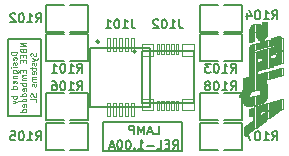
<source format=gbo>
G04 (created by PCBNEW (2013-04-21 BZR 4107)-testing) date Thursday, 06 June 2013 15:24:26*
%MOIN*%
G04 Gerber Fmt 3.4, Leading zero omitted, Abs format*
%FSLAX34Y34*%
G01*
G70*
G90*
G04 APERTURE LIST*
%ADD10C,0*%
%ADD11C,0.00787402*%
%ADD12C,0.00492126*%
%ADD13C,0.00738189*%
%ADD14C,0.00590551*%
%ADD15C,0.005*%
%ADD16C,0.006*%
G04 APERTURE END LIST*
G54D10*
G54D11*
X56397Y-30019D02*
X55314Y-30019D01*
X56397Y-32578D02*
X56397Y-30019D01*
X55314Y-32578D02*
X56397Y-32578D01*
X55314Y-30019D02*
X55314Y-32578D01*
G54D12*
X55600Y-30446D02*
X55404Y-30446D01*
X55404Y-30493D01*
X55413Y-30521D01*
X55432Y-30539D01*
X55450Y-30549D01*
X55488Y-30558D01*
X55516Y-30558D01*
X55553Y-30549D01*
X55572Y-30539D01*
X55591Y-30521D01*
X55600Y-30493D01*
X55600Y-30446D01*
X55591Y-30718D02*
X55600Y-30699D01*
X55600Y-30661D01*
X55591Y-30643D01*
X55572Y-30633D01*
X55497Y-30633D01*
X55479Y-30643D01*
X55469Y-30661D01*
X55469Y-30699D01*
X55479Y-30718D01*
X55497Y-30727D01*
X55516Y-30727D01*
X55535Y-30633D01*
X55591Y-30802D02*
X55600Y-30821D01*
X55600Y-30858D01*
X55591Y-30877D01*
X55572Y-30886D01*
X55563Y-30886D01*
X55544Y-30877D01*
X55535Y-30858D01*
X55535Y-30830D01*
X55525Y-30811D01*
X55507Y-30802D01*
X55497Y-30802D01*
X55479Y-30811D01*
X55469Y-30830D01*
X55469Y-30858D01*
X55479Y-30877D01*
X55600Y-30971D02*
X55469Y-30971D01*
X55404Y-30971D02*
X55413Y-30961D01*
X55422Y-30971D01*
X55413Y-30980D01*
X55404Y-30971D01*
X55422Y-30971D01*
X55469Y-31149D02*
X55628Y-31149D01*
X55647Y-31139D01*
X55657Y-31130D01*
X55666Y-31111D01*
X55666Y-31083D01*
X55657Y-31064D01*
X55591Y-31149D02*
X55600Y-31130D01*
X55600Y-31092D01*
X55591Y-31074D01*
X55582Y-31064D01*
X55563Y-31055D01*
X55507Y-31055D01*
X55488Y-31064D01*
X55479Y-31074D01*
X55469Y-31092D01*
X55469Y-31130D01*
X55479Y-31149D01*
X55469Y-31242D02*
X55600Y-31242D01*
X55488Y-31242D02*
X55479Y-31252D01*
X55469Y-31271D01*
X55469Y-31299D01*
X55479Y-31317D01*
X55497Y-31327D01*
X55600Y-31327D01*
X55591Y-31496D02*
X55600Y-31477D01*
X55600Y-31439D01*
X55591Y-31421D01*
X55572Y-31411D01*
X55497Y-31411D01*
X55479Y-31421D01*
X55469Y-31439D01*
X55469Y-31477D01*
X55479Y-31496D01*
X55497Y-31505D01*
X55516Y-31505D01*
X55535Y-31411D01*
X55600Y-31674D02*
X55404Y-31674D01*
X55591Y-31674D02*
X55600Y-31655D01*
X55600Y-31617D01*
X55591Y-31599D01*
X55582Y-31589D01*
X55563Y-31580D01*
X55507Y-31580D01*
X55488Y-31589D01*
X55479Y-31599D01*
X55469Y-31617D01*
X55469Y-31655D01*
X55479Y-31674D01*
X55600Y-31917D02*
X55404Y-31917D01*
X55479Y-31917D02*
X55469Y-31936D01*
X55469Y-31974D01*
X55479Y-31992D01*
X55488Y-32002D01*
X55507Y-32011D01*
X55563Y-32011D01*
X55582Y-32002D01*
X55591Y-31992D01*
X55600Y-31974D01*
X55600Y-31936D01*
X55591Y-31917D01*
X55469Y-32077D02*
X55600Y-32124D01*
X55469Y-32170D02*
X55600Y-32124D01*
X55647Y-32105D01*
X55657Y-32095D01*
X55666Y-32077D01*
X55925Y-30146D02*
X55728Y-30146D01*
X55925Y-30258D01*
X55728Y-30258D01*
X55822Y-30418D02*
X55831Y-30446D01*
X55841Y-30455D01*
X55860Y-30464D01*
X55888Y-30464D01*
X55906Y-30455D01*
X55916Y-30446D01*
X55925Y-30427D01*
X55925Y-30352D01*
X55728Y-30352D01*
X55728Y-30418D01*
X55738Y-30436D01*
X55747Y-30446D01*
X55766Y-30455D01*
X55785Y-30455D01*
X55803Y-30446D01*
X55813Y-30436D01*
X55822Y-30418D01*
X55822Y-30352D01*
X55822Y-30549D02*
X55822Y-30614D01*
X55925Y-30643D02*
X55925Y-30549D01*
X55728Y-30549D01*
X55728Y-30643D01*
X55822Y-30727D02*
X55822Y-30793D01*
X55925Y-30821D02*
X55925Y-30727D01*
X55728Y-30727D01*
X55728Y-30821D01*
X55822Y-31055D02*
X55822Y-31121D01*
X55925Y-31149D02*
X55925Y-31055D01*
X55728Y-31055D01*
X55728Y-31149D01*
X55925Y-31233D02*
X55794Y-31233D01*
X55813Y-31233D02*
X55803Y-31242D01*
X55794Y-31261D01*
X55794Y-31289D01*
X55803Y-31308D01*
X55822Y-31317D01*
X55925Y-31317D01*
X55822Y-31317D02*
X55803Y-31327D01*
X55794Y-31346D01*
X55794Y-31374D01*
X55803Y-31392D01*
X55822Y-31402D01*
X55925Y-31402D01*
X55925Y-31496D02*
X55728Y-31496D01*
X55803Y-31496D02*
X55794Y-31514D01*
X55794Y-31552D01*
X55803Y-31571D01*
X55813Y-31580D01*
X55831Y-31589D01*
X55888Y-31589D01*
X55906Y-31580D01*
X55916Y-31571D01*
X55925Y-31552D01*
X55925Y-31514D01*
X55916Y-31496D01*
X55916Y-31749D02*
X55925Y-31730D01*
X55925Y-31692D01*
X55916Y-31674D01*
X55897Y-31664D01*
X55822Y-31664D01*
X55803Y-31674D01*
X55794Y-31692D01*
X55794Y-31730D01*
X55803Y-31749D01*
X55822Y-31758D01*
X55841Y-31758D01*
X55860Y-31664D01*
X55925Y-31927D02*
X55728Y-31927D01*
X55916Y-31927D02*
X55925Y-31908D01*
X55925Y-31871D01*
X55916Y-31852D01*
X55906Y-31842D01*
X55888Y-31833D01*
X55831Y-31833D01*
X55813Y-31842D01*
X55803Y-31852D01*
X55794Y-31871D01*
X55794Y-31908D01*
X55803Y-31927D01*
X55925Y-32105D02*
X55728Y-32105D01*
X55916Y-32105D02*
X55925Y-32086D01*
X55925Y-32049D01*
X55916Y-32030D01*
X55906Y-32020D01*
X55888Y-32011D01*
X55831Y-32011D01*
X55813Y-32020D01*
X55803Y-32030D01*
X55794Y-32049D01*
X55794Y-32086D01*
X55803Y-32105D01*
X55916Y-32274D02*
X55925Y-32255D01*
X55925Y-32217D01*
X55916Y-32199D01*
X55897Y-32189D01*
X55822Y-32189D01*
X55803Y-32199D01*
X55794Y-32217D01*
X55794Y-32255D01*
X55803Y-32274D01*
X55822Y-32283D01*
X55841Y-32283D01*
X55860Y-32189D01*
X55925Y-32452D02*
X55728Y-32452D01*
X55916Y-32452D02*
X55925Y-32433D01*
X55925Y-32395D01*
X55916Y-32377D01*
X55906Y-32367D01*
X55888Y-32358D01*
X55831Y-32358D01*
X55813Y-32367D01*
X55803Y-32377D01*
X55794Y-32395D01*
X55794Y-32433D01*
X55803Y-32452D01*
X56241Y-30488D02*
X56250Y-30516D01*
X56250Y-30563D01*
X56241Y-30582D01*
X56231Y-30591D01*
X56212Y-30600D01*
X56194Y-30600D01*
X56175Y-30591D01*
X56166Y-30582D01*
X56156Y-30563D01*
X56147Y-30525D01*
X56137Y-30507D01*
X56128Y-30497D01*
X56109Y-30488D01*
X56091Y-30488D01*
X56072Y-30497D01*
X56062Y-30507D01*
X56053Y-30525D01*
X56053Y-30572D01*
X56062Y-30600D01*
X56119Y-30666D02*
X56250Y-30713D01*
X56119Y-30760D02*
X56250Y-30713D01*
X56297Y-30694D01*
X56306Y-30685D01*
X56316Y-30666D01*
X56241Y-30825D02*
X56250Y-30844D01*
X56250Y-30882D01*
X56241Y-30900D01*
X56222Y-30910D01*
X56212Y-30910D01*
X56194Y-30900D01*
X56184Y-30882D01*
X56184Y-30853D01*
X56175Y-30835D01*
X56156Y-30825D01*
X56147Y-30825D01*
X56128Y-30835D01*
X56119Y-30853D01*
X56119Y-30882D01*
X56128Y-30900D01*
X56119Y-30966D02*
X56119Y-31041D01*
X56053Y-30994D02*
X56222Y-30994D01*
X56241Y-31003D01*
X56250Y-31022D01*
X56250Y-31041D01*
X56241Y-31182D02*
X56250Y-31163D01*
X56250Y-31125D01*
X56241Y-31107D01*
X56222Y-31097D01*
X56147Y-31097D01*
X56128Y-31107D01*
X56119Y-31125D01*
X56119Y-31163D01*
X56128Y-31182D01*
X56147Y-31191D01*
X56166Y-31191D01*
X56184Y-31097D01*
X56250Y-31275D02*
X56119Y-31275D01*
X56137Y-31275D02*
X56128Y-31285D01*
X56119Y-31303D01*
X56119Y-31332D01*
X56128Y-31350D01*
X56147Y-31360D01*
X56250Y-31360D01*
X56147Y-31360D02*
X56128Y-31369D01*
X56119Y-31388D01*
X56119Y-31416D01*
X56128Y-31435D01*
X56147Y-31444D01*
X56250Y-31444D01*
X56241Y-31528D02*
X56250Y-31547D01*
X56250Y-31585D01*
X56241Y-31603D01*
X56222Y-31613D01*
X56212Y-31613D01*
X56194Y-31603D01*
X56184Y-31585D01*
X56184Y-31556D01*
X56175Y-31538D01*
X56156Y-31528D01*
X56147Y-31528D01*
X56128Y-31538D01*
X56119Y-31556D01*
X56119Y-31585D01*
X56128Y-31603D01*
X56241Y-31838D02*
X56250Y-31866D01*
X56250Y-31913D01*
X56241Y-31931D01*
X56231Y-31941D01*
X56212Y-31950D01*
X56194Y-31950D01*
X56175Y-31941D01*
X56166Y-31931D01*
X56156Y-31913D01*
X56147Y-31875D01*
X56137Y-31856D01*
X56128Y-31847D01*
X56109Y-31838D01*
X56091Y-31838D01*
X56072Y-31847D01*
X56062Y-31856D01*
X56053Y-31875D01*
X56053Y-31922D01*
X56062Y-31950D01*
X56250Y-32128D02*
X56250Y-32035D01*
X56053Y-32035D01*
G54D11*
X61122Y-33759D02*
X58464Y-33759D01*
X61122Y-32775D02*
X61122Y-33759D01*
X58464Y-32775D02*
X61122Y-32775D01*
X58464Y-33759D02*
X58464Y-32775D01*
G54D13*
X60194Y-33204D02*
X60334Y-33204D01*
X60334Y-32909D01*
X60109Y-33120D02*
X59969Y-33120D01*
X60137Y-33204D02*
X60039Y-32909D01*
X59940Y-33204D01*
X59842Y-33204D02*
X59842Y-32909D01*
X59744Y-33120D01*
X59645Y-32909D01*
X59645Y-33204D01*
X59505Y-33204D02*
X59505Y-32909D01*
X59392Y-32909D01*
X59364Y-32923D01*
X59350Y-32937D01*
X59336Y-32965D01*
X59336Y-33007D01*
X59350Y-33035D01*
X59364Y-33049D01*
X59392Y-33063D01*
X59505Y-33063D01*
X60805Y-33691D02*
X60904Y-33551D01*
X60974Y-33691D02*
X60974Y-33396D01*
X60861Y-33396D01*
X60833Y-33410D01*
X60819Y-33424D01*
X60805Y-33452D01*
X60805Y-33494D01*
X60819Y-33522D01*
X60833Y-33536D01*
X60861Y-33551D01*
X60974Y-33551D01*
X60679Y-33536D02*
X60580Y-33536D01*
X60538Y-33691D02*
X60679Y-33691D01*
X60679Y-33396D01*
X60538Y-33396D01*
X60271Y-33691D02*
X60411Y-33691D01*
X60411Y-33396D01*
X60172Y-33579D02*
X59947Y-33579D01*
X59652Y-33691D02*
X59821Y-33691D01*
X59737Y-33691D02*
X59737Y-33396D01*
X59765Y-33438D01*
X59793Y-33466D01*
X59821Y-33480D01*
X59526Y-33663D02*
X59512Y-33677D01*
X59526Y-33691D01*
X59540Y-33677D01*
X59526Y-33663D01*
X59526Y-33691D01*
X59329Y-33396D02*
X59301Y-33396D01*
X59273Y-33410D01*
X59258Y-33424D01*
X59244Y-33452D01*
X59230Y-33508D01*
X59230Y-33579D01*
X59244Y-33635D01*
X59258Y-33663D01*
X59273Y-33677D01*
X59301Y-33691D01*
X59329Y-33691D01*
X59357Y-33677D01*
X59371Y-33663D01*
X59385Y-33635D01*
X59399Y-33579D01*
X59399Y-33508D01*
X59385Y-33452D01*
X59371Y-33424D01*
X59357Y-33410D01*
X59329Y-33396D01*
X59048Y-33396D02*
X59019Y-33396D01*
X58991Y-33410D01*
X58977Y-33424D01*
X58963Y-33452D01*
X58949Y-33508D01*
X58949Y-33579D01*
X58963Y-33635D01*
X58977Y-33663D01*
X58991Y-33677D01*
X59019Y-33691D01*
X59048Y-33691D01*
X59076Y-33677D01*
X59090Y-33663D01*
X59104Y-33635D01*
X59118Y-33579D01*
X59118Y-33508D01*
X59104Y-33452D01*
X59090Y-33424D01*
X59076Y-33410D01*
X59048Y-33396D01*
X58837Y-33607D02*
X58696Y-33607D01*
X58865Y-33691D02*
X58766Y-33396D01*
X58668Y-33691D01*
G54D14*
X58366Y-30118D02*
G75*
G03X58366Y-30118I-59J0D01*
G74*
G01*
X60059Y-32283D02*
X60059Y-30314D01*
X60059Y-30314D02*
X58051Y-30314D01*
X58051Y-30314D02*
X58051Y-32283D01*
X58051Y-32283D02*
X60059Y-32283D01*
X59586Y-30433D02*
G75*
G03X59586Y-30433I-59J0D01*
G74*
G01*
X61496Y-32165D02*
X61496Y-30433D01*
X61496Y-30433D02*
X59763Y-30433D01*
X59763Y-30433D02*
X59763Y-32165D01*
X59763Y-32165D02*
X61496Y-32165D01*
G54D15*
X62501Y-30764D02*
X63101Y-30764D01*
X63101Y-30764D02*
X63101Y-29864D01*
X63101Y-29864D02*
X62501Y-29864D01*
X62301Y-30764D02*
X61701Y-30764D01*
X61701Y-30764D02*
X61701Y-29864D01*
X61701Y-29864D02*
X62301Y-29864D01*
X57183Y-32817D02*
X56583Y-32817D01*
X56583Y-32817D02*
X56583Y-33717D01*
X56583Y-33717D02*
X57183Y-33717D01*
X57383Y-32817D02*
X57983Y-32817D01*
X57983Y-32817D02*
X57983Y-33717D01*
X57983Y-33717D02*
X57383Y-33717D01*
X62501Y-32733D02*
X63101Y-32733D01*
X63101Y-32733D02*
X63101Y-31833D01*
X63101Y-31833D02*
X62501Y-31833D01*
X62301Y-32733D02*
X61701Y-32733D01*
X61701Y-32733D02*
X61701Y-31833D01*
X61701Y-31833D02*
X62301Y-31833D01*
X57183Y-29864D02*
X56583Y-29864D01*
X56583Y-29864D02*
X56583Y-30764D01*
X56583Y-30764D02*
X57183Y-30764D01*
X57383Y-29864D02*
X57983Y-29864D01*
X57983Y-29864D02*
X57983Y-30764D01*
X57983Y-30764D02*
X57383Y-30764D01*
X62501Y-29780D02*
X63101Y-29780D01*
X63101Y-29780D02*
X63101Y-28880D01*
X63101Y-28880D02*
X62501Y-28880D01*
X62301Y-29780D02*
X61701Y-29780D01*
X61701Y-29780D02*
X61701Y-28880D01*
X61701Y-28880D02*
X62301Y-28880D01*
X62501Y-33717D02*
X63101Y-33717D01*
X63101Y-33717D02*
X63101Y-32817D01*
X63101Y-32817D02*
X62501Y-32817D01*
X62301Y-33717D02*
X61701Y-33717D01*
X61701Y-33717D02*
X61701Y-32817D01*
X61701Y-32817D02*
X62301Y-32817D01*
X57183Y-28880D02*
X56583Y-28880D01*
X56583Y-28880D02*
X56583Y-29780D01*
X56583Y-29780D02*
X57183Y-29780D01*
X57383Y-28880D02*
X57983Y-28880D01*
X57983Y-28880D02*
X57983Y-29780D01*
X57983Y-29780D02*
X57383Y-29780D01*
X57183Y-31833D02*
X56583Y-31833D01*
X56583Y-31833D02*
X56583Y-32733D01*
X56583Y-32733D02*
X57183Y-32733D01*
X57383Y-31833D02*
X57983Y-31833D01*
X57983Y-31833D02*
X57983Y-32733D01*
X57983Y-32733D02*
X57383Y-32733D01*
G54D10*
X59202Y-30000D02*
X59202Y-30433D01*
X59301Y-30433D01*
X59301Y-30000D01*
X59202Y-30000D01*
X59399Y-30000D02*
X59399Y-30433D01*
X59498Y-30433D01*
X59498Y-30000D01*
X59399Y-30000D01*
X59005Y-30000D02*
X59005Y-30433D01*
X59104Y-30433D01*
X59104Y-30000D01*
X59005Y-30000D01*
X58809Y-30000D02*
X58809Y-30433D01*
X58907Y-30433D01*
X58907Y-30000D01*
X58809Y-30000D01*
X58612Y-30000D02*
X58612Y-30433D01*
X58710Y-30433D01*
X58710Y-30000D01*
X58612Y-30000D01*
X58612Y-32165D02*
X58612Y-32598D01*
X58710Y-32598D01*
X58710Y-32165D01*
X58612Y-32165D01*
X58809Y-32165D02*
X58809Y-32598D01*
X58907Y-32598D01*
X58907Y-32165D01*
X58809Y-32165D01*
X59005Y-32165D02*
X59005Y-32598D01*
X59104Y-32598D01*
X59104Y-32165D01*
X59005Y-32165D01*
X59202Y-32165D02*
X59202Y-32598D01*
X59301Y-32598D01*
X59301Y-32165D01*
X59202Y-32165D01*
X59399Y-32165D02*
X59399Y-32598D01*
X59498Y-32598D01*
X59498Y-32165D01*
X59399Y-32165D01*
X60742Y-30196D02*
X60742Y-30511D01*
X60832Y-30511D01*
X60832Y-30196D01*
X60742Y-30196D01*
X60899Y-30196D02*
X60899Y-30511D01*
X60990Y-30511D01*
X60990Y-30196D01*
X60899Y-30196D01*
X60584Y-30196D02*
X60584Y-30511D01*
X60675Y-30511D01*
X60675Y-30196D01*
X60584Y-30196D01*
X60427Y-30196D02*
X60427Y-30511D01*
X60517Y-30511D01*
X60517Y-30196D01*
X60427Y-30196D01*
X60269Y-30196D02*
X60269Y-30511D01*
X60360Y-30511D01*
X60360Y-30196D01*
X60269Y-30196D01*
X60269Y-32086D02*
X60269Y-32401D01*
X60360Y-32401D01*
X60360Y-32086D01*
X60269Y-32086D01*
X60427Y-32086D02*
X60427Y-32401D01*
X60517Y-32401D01*
X60517Y-32086D01*
X60427Y-32086D01*
X60584Y-32086D02*
X60584Y-32401D01*
X60675Y-32401D01*
X60675Y-32086D01*
X60584Y-32086D01*
X60742Y-32086D02*
X60742Y-32401D01*
X60832Y-32401D01*
X60832Y-32086D01*
X60742Y-32086D01*
X60899Y-32086D02*
X60899Y-32401D01*
X60990Y-32401D01*
X60990Y-32086D01*
X60899Y-32086D01*
X59763Y-30196D02*
X59763Y-30590D01*
X60157Y-30590D01*
X60157Y-30196D01*
X59763Y-30196D01*
X59763Y-32007D02*
X59763Y-32401D01*
X60157Y-32401D01*
X60157Y-32007D01*
X59763Y-32007D01*
X61102Y-30196D02*
X61102Y-30590D01*
X61496Y-30590D01*
X61496Y-30196D01*
X61102Y-30196D01*
X61102Y-32007D02*
X61102Y-32401D01*
X61496Y-32401D01*
X61496Y-32007D01*
X61102Y-32007D01*
X64427Y-32019D02*
X64427Y-32343D01*
X64463Y-32343D01*
X64463Y-32019D01*
X64427Y-32019D01*
X64427Y-30975D02*
X64427Y-31227D01*
X64463Y-31227D01*
X64463Y-30975D01*
X64427Y-30975D01*
X64427Y-30435D02*
X64427Y-30831D01*
X64463Y-30831D01*
X64463Y-30435D01*
X64427Y-30435D01*
X64427Y-30003D02*
X64427Y-30399D01*
X64463Y-30399D01*
X64463Y-30003D01*
X64427Y-30003D01*
X64391Y-32019D02*
X64391Y-32379D01*
X64427Y-32379D01*
X64427Y-32019D01*
X64391Y-32019D01*
X64391Y-30975D02*
X64391Y-31263D01*
X64427Y-31263D01*
X64427Y-30975D01*
X64391Y-30975D01*
X64391Y-29967D02*
X64391Y-30831D01*
X64427Y-30831D01*
X64427Y-29967D01*
X64391Y-29967D01*
X64355Y-32055D02*
X64355Y-32379D01*
X64391Y-32379D01*
X64391Y-32055D01*
X64355Y-32055D01*
X64355Y-30975D02*
X64355Y-31263D01*
X64391Y-31263D01*
X64391Y-30975D01*
X64355Y-30975D01*
X64355Y-29931D02*
X64355Y-30867D01*
X64391Y-30867D01*
X64391Y-29931D01*
X64355Y-29931D01*
X64319Y-32055D02*
X64319Y-32415D01*
X64355Y-32415D01*
X64355Y-32055D01*
X64319Y-32055D01*
X64319Y-31011D02*
X64319Y-31263D01*
X64355Y-31263D01*
X64355Y-31011D01*
X64319Y-31011D01*
X64319Y-29931D02*
X64319Y-30867D01*
X64355Y-30867D01*
X64355Y-29931D01*
X64319Y-29931D01*
X64283Y-32055D02*
X64283Y-32451D01*
X64319Y-32451D01*
X64319Y-32055D01*
X64283Y-32055D01*
X64283Y-31011D02*
X64283Y-31263D01*
X64319Y-31263D01*
X64319Y-31011D01*
X64283Y-31011D01*
X64283Y-29931D02*
X64283Y-30867D01*
X64319Y-30867D01*
X64319Y-29931D01*
X64283Y-29931D01*
X64247Y-32091D02*
X64247Y-32487D01*
X64283Y-32487D01*
X64283Y-32091D01*
X64247Y-32091D01*
X64247Y-31011D02*
X64247Y-31299D01*
X64283Y-31299D01*
X64283Y-31011D01*
X64247Y-31011D01*
X64247Y-30507D02*
X64247Y-30903D01*
X64283Y-30903D01*
X64283Y-30507D01*
X64247Y-30507D01*
X64247Y-30255D02*
X64247Y-30471D01*
X64283Y-30471D01*
X64283Y-30255D01*
X64247Y-30255D01*
X64247Y-29967D02*
X64247Y-30219D01*
X64283Y-30219D01*
X64283Y-29967D01*
X64247Y-29967D01*
X64211Y-32091D02*
X64211Y-32487D01*
X64247Y-32487D01*
X64247Y-32091D01*
X64211Y-32091D01*
X64211Y-31047D02*
X64211Y-31299D01*
X64247Y-31299D01*
X64247Y-31047D01*
X64211Y-31047D01*
X64211Y-30615D02*
X64211Y-30903D01*
X64247Y-30903D01*
X64247Y-30615D01*
X64211Y-30615D01*
X64211Y-30255D02*
X64211Y-30471D01*
X64247Y-30471D01*
X64247Y-30255D01*
X64211Y-30255D01*
X64211Y-29967D02*
X64211Y-30183D01*
X64247Y-30183D01*
X64247Y-29967D01*
X64211Y-29967D01*
X64175Y-32091D02*
X64175Y-32523D01*
X64211Y-32523D01*
X64211Y-32091D01*
X64175Y-32091D01*
X64175Y-31047D02*
X64175Y-31299D01*
X64211Y-31299D01*
X64211Y-31047D01*
X64175Y-31047D01*
X64175Y-30651D02*
X64175Y-30903D01*
X64211Y-30903D01*
X64211Y-30651D01*
X64175Y-30651D01*
X64175Y-30255D02*
X64175Y-30507D01*
X64211Y-30507D01*
X64211Y-30255D01*
X64175Y-30255D01*
X64175Y-29967D02*
X64175Y-30219D01*
X64211Y-30219D01*
X64211Y-29967D01*
X64175Y-29967D01*
X64139Y-32091D02*
X64139Y-32559D01*
X64175Y-32559D01*
X64175Y-32091D01*
X64139Y-32091D01*
X64139Y-31047D02*
X64139Y-31335D01*
X64175Y-31335D01*
X64175Y-31047D01*
X64139Y-31047D01*
X64139Y-30651D02*
X64139Y-30903D01*
X64175Y-30903D01*
X64175Y-30651D01*
X64139Y-30651D01*
X64139Y-30291D02*
X64139Y-30507D01*
X64175Y-30507D01*
X64175Y-30291D01*
X64139Y-30291D01*
X64139Y-30003D02*
X64139Y-30219D01*
X64175Y-30219D01*
X64175Y-30003D01*
X64139Y-30003D01*
X64103Y-32127D02*
X64103Y-32595D01*
X64139Y-32595D01*
X64139Y-32127D01*
X64103Y-32127D01*
X64103Y-31047D02*
X64103Y-31335D01*
X64139Y-31335D01*
X64139Y-31047D01*
X64103Y-31047D01*
X64103Y-30651D02*
X64103Y-30939D01*
X64139Y-30939D01*
X64139Y-30651D01*
X64103Y-30651D01*
X64103Y-30291D02*
X64103Y-30507D01*
X64139Y-30507D01*
X64139Y-30291D01*
X64103Y-30291D01*
X64103Y-30003D02*
X64103Y-30219D01*
X64139Y-30219D01*
X64139Y-30003D01*
X64103Y-30003D01*
X64067Y-32127D02*
X64067Y-32595D01*
X64103Y-32595D01*
X64103Y-32127D01*
X64067Y-32127D01*
X64067Y-31083D02*
X64067Y-31335D01*
X64103Y-31335D01*
X64103Y-31083D01*
X64067Y-31083D01*
X64067Y-30651D02*
X64067Y-30939D01*
X64103Y-30939D01*
X64103Y-30651D01*
X64067Y-30651D01*
X64067Y-30291D02*
X64067Y-30543D01*
X64103Y-30543D01*
X64103Y-30291D01*
X64067Y-30291D01*
X64067Y-30003D02*
X64067Y-30255D01*
X64103Y-30255D01*
X64103Y-30003D01*
X64067Y-30003D01*
X64031Y-32127D02*
X64031Y-32631D01*
X64067Y-32631D01*
X64067Y-32127D01*
X64031Y-32127D01*
X64031Y-31083D02*
X64031Y-31335D01*
X64067Y-31335D01*
X64067Y-31083D01*
X64031Y-31083D01*
X64031Y-30687D02*
X64031Y-30939D01*
X64067Y-30939D01*
X64067Y-30687D01*
X64031Y-30687D01*
X64031Y-30327D02*
X64031Y-30543D01*
X64067Y-30543D01*
X64067Y-30327D01*
X64031Y-30327D01*
X64031Y-30039D02*
X64031Y-30255D01*
X64067Y-30255D01*
X64067Y-30039D01*
X64031Y-30039D01*
X63995Y-32163D02*
X63995Y-32667D01*
X64031Y-32667D01*
X64031Y-32163D01*
X63995Y-32163D01*
X63995Y-31083D02*
X63995Y-31371D01*
X64031Y-31371D01*
X64031Y-31083D01*
X63995Y-31083D01*
X63995Y-30579D02*
X63995Y-30939D01*
X64031Y-30939D01*
X64031Y-30579D01*
X63995Y-30579D01*
X63995Y-30327D02*
X63995Y-30543D01*
X64031Y-30543D01*
X64031Y-30327D01*
X63995Y-30327D01*
X63995Y-30039D02*
X63995Y-30255D01*
X64031Y-30255D01*
X64031Y-30039D01*
X63995Y-30039D01*
X63959Y-32415D02*
X63959Y-32667D01*
X63995Y-32667D01*
X63995Y-32415D01*
X63959Y-32415D01*
X63959Y-32163D02*
X63959Y-32379D01*
X63995Y-32379D01*
X63995Y-32163D01*
X63959Y-32163D01*
X63959Y-31119D02*
X63959Y-31371D01*
X63995Y-31371D01*
X63995Y-31119D01*
X63959Y-31119D01*
X63959Y-30327D02*
X63959Y-30975D01*
X63995Y-30975D01*
X63995Y-30327D01*
X63959Y-30327D01*
X63959Y-30039D02*
X63959Y-30255D01*
X63995Y-30255D01*
X63995Y-30039D01*
X63959Y-30039D01*
X63923Y-32451D02*
X63923Y-32703D01*
X63959Y-32703D01*
X63959Y-32451D01*
X63923Y-32451D01*
X63923Y-32163D02*
X63923Y-32379D01*
X63959Y-32379D01*
X63959Y-32163D01*
X63923Y-32163D01*
X63923Y-31515D02*
X63923Y-31983D01*
X63959Y-31983D01*
X63959Y-31515D01*
X63923Y-31515D01*
X63923Y-31119D02*
X63923Y-31371D01*
X63959Y-31371D01*
X63959Y-31119D01*
X63923Y-31119D01*
X63923Y-30363D02*
X63923Y-30975D01*
X63959Y-30975D01*
X63959Y-30363D01*
X63923Y-30363D01*
X63923Y-30039D02*
X63923Y-30291D01*
X63959Y-30291D01*
X63959Y-30039D01*
X63923Y-30039D01*
X63923Y-29463D02*
X63923Y-29931D01*
X63959Y-29931D01*
X63959Y-29463D01*
X63923Y-29463D01*
X63887Y-32451D02*
X63887Y-32739D01*
X63923Y-32739D01*
X63923Y-32451D01*
X63887Y-32451D01*
X63887Y-32199D02*
X63887Y-32415D01*
X63923Y-32415D01*
X63923Y-32199D01*
X63887Y-32199D01*
X63887Y-31443D02*
X63887Y-32055D01*
X63923Y-32055D01*
X63923Y-31443D01*
X63887Y-31443D01*
X63887Y-31119D02*
X63887Y-31407D01*
X63923Y-31407D01*
X63923Y-31119D01*
X63887Y-31119D01*
X63887Y-30363D02*
X63887Y-30975D01*
X63923Y-30975D01*
X63923Y-30363D01*
X63887Y-30363D01*
X63887Y-30075D02*
X63887Y-30291D01*
X63923Y-30291D01*
X63923Y-30075D01*
X63887Y-30075D01*
X63887Y-29463D02*
X63887Y-29967D01*
X63923Y-29967D01*
X63923Y-29463D01*
X63887Y-29463D01*
X63851Y-32487D02*
X63851Y-32775D01*
X63887Y-32775D01*
X63887Y-32487D01*
X63851Y-32487D01*
X63851Y-32199D02*
X63851Y-32415D01*
X63887Y-32415D01*
X63887Y-32199D01*
X63851Y-32199D01*
X63851Y-31119D02*
X63851Y-32091D01*
X63887Y-32091D01*
X63887Y-31119D01*
X63851Y-31119D01*
X63851Y-30363D02*
X63851Y-31011D01*
X63887Y-31011D01*
X63887Y-30363D01*
X63851Y-30363D01*
X63851Y-30075D02*
X63851Y-30291D01*
X63887Y-30291D01*
X63887Y-30075D01*
X63851Y-30075D01*
X63851Y-29463D02*
X63851Y-30003D01*
X63887Y-30003D01*
X63887Y-29463D01*
X63851Y-29463D01*
X63815Y-32487D02*
X63815Y-32775D01*
X63851Y-32775D01*
X63851Y-32487D01*
X63815Y-32487D01*
X63815Y-32199D02*
X63815Y-32415D01*
X63851Y-32415D01*
X63851Y-32199D01*
X63815Y-32199D01*
X63815Y-31155D02*
X63815Y-32127D01*
X63851Y-32127D01*
X63851Y-31155D01*
X63815Y-31155D01*
X63815Y-30363D02*
X63815Y-31011D01*
X63851Y-31011D01*
X63851Y-30363D01*
X63815Y-30363D01*
X63815Y-30075D02*
X63815Y-30291D01*
X63851Y-30291D01*
X63851Y-30075D01*
X63815Y-30075D01*
X63815Y-29463D02*
X63815Y-30039D01*
X63851Y-30039D01*
X63851Y-29463D01*
X63815Y-29463D01*
X63779Y-32523D02*
X63779Y-32811D01*
X63815Y-32811D01*
X63815Y-32523D01*
X63779Y-32523D01*
X63779Y-32199D02*
X63779Y-32415D01*
X63815Y-32415D01*
X63815Y-32199D01*
X63779Y-32199D01*
X63779Y-31155D02*
X63779Y-32163D01*
X63815Y-32163D01*
X63815Y-31155D01*
X63779Y-31155D01*
X63779Y-30651D02*
X63779Y-31011D01*
X63815Y-31011D01*
X63815Y-30651D01*
X63779Y-30651D01*
X63779Y-30399D02*
X63779Y-30615D01*
X63815Y-30615D01*
X63815Y-30399D01*
X63779Y-30399D01*
X63779Y-30111D02*
X63779Y-30327D01*
X63815Y-30327D01*
X63815Y-30111D01*
X63779Y-30111D01*
X63779Y-29463D02*
X63779Y-30075D01*
X63815Y-30075D01*
X63815Y-29463D01*
X63779Y-29463D01*
X63743Y-32559D02*
X63743Y-32847D01*
X63779Y-32847D01*
X63779Y-32559D01*
X63743Y-32559D01*
X63743Y-32235D02*
X63743Y-32415D01*
X63779Y-32415D01*
X63779Y-32235D01*
X63743Y-32235D01*
X63743Y-31155D02*
X63743Y-32163D01*
X63779Y-32163D01*
X63779Y-31155D01*
X63743Y-31155D01*
X63743Y-30759D02*
X63743Y-31011D01*
X63779Y-31011D01*
X63779Y-30759D01*
X63743Y-30759D01*
X63743Y-30399D02*
X63743Y-30615D01*
X63779Y-30615D01*
X63779Y-30399D01*
X63743Y-30399D01*
X63743Y-30111D02*
X63743Y-30327D01*
X63779Y-30327D01*
X63779Y-30111D01*
X63743Y-30111D01*
X63743Y-29751D02*
X63743Y-30075D01*
X63779Y-30075D01*
X63779Y-29751D01*
X63743Y-29751D01*
X63707Y-32595D02*
X63707Y-32883D01*
X63743Y-32883D01*
X63743Y-32595D01*
X63707Y-32595D01*
X63707Y-32235D02*
X63707Y-32451D01*
X63743Y-32451D01*
X63743Y-32235D01*
X63707Y-32235D01*
X63707Y-31191D02*
X63707Y-32163D01*
X63743Y-32163D01*
X63743Y-31191D01*
X63707Y-31191D01*
X63707Y-30759D02*
X63707Y-31047D01*
X63743Y-31047D01*
X63743Y-30759D01*
X63707Y-30759D01*
X63707Y-30399D02*
X63707Y-30651D01*
X63743Y-30651D01*
X63743Y-30399D01*
X63707Y-30399D01*
X63707Y-30111D02*
X63707Y-30327D01*
X63743Y-30327D01*
X63743Y-30111D01*
X63707Y-30111D01*
X63707Y-29571D02*
X63707Y-30075D01*
X63743Y-30075D01*
X63743Y-29571D01*
X63707Y-29571D01*
X63671Y-32487D02*
X63671Y-32883D01*
X63707Y-32883D01*
X63707Y-32487D01*
X63671Y-32487D01*
X63671Y-32235D02*
X63671Y-32451D01*
X63707Y-32451D01*
X63707Y-32235D01*
X63671Y-32235D01*
X63671Y-31875D02*
X63671Y-32199D01*
X63707Y-32199D01*
X63707Y-31875D01*
X63671Y-31875D01*
X63671Y-31191D02*
X63671Y-31695D01*
X63707Y-31695D01*
X63707Y-31191D01*
X63671Y-31191D01*
X63671Y-30795D02*
X63671Y-31047D01*
X63707Y-31047D01*
X63707Y-30795D01*
X63671Y-30795D01*
X63671Y-30435D02*
X63671Y-30651D01*
X63707Y-30651D01*
X63707Y-30435D01*
X63671Y-30435D01*
X63671Y-30147D02*
X63671Y-30363D01*
X63707Y-30363D01*
X63707Y-30147D01*
X63671Y-30147D01*
X63671Y-29535D02*
X63671Y-30039D01*
X63707Y-30039D01*
X63707Y-29535D01*
X63671Y-29535D01*
X63635Y-32271D02*
X63635Y-32919D01*
X63671Y-32919D01*
X63671Y-32271D01*
X63635Y-32271D01*
X63635Y-31875D02*
X63635Y-32199D01*
X63671Y-32199D01*
X63671Y-31875D01*
X63635Y-31875D01*
X63635Y-31191D02*
X63635Y-31731D01*
X63671Y-31731D01*
X63671Y-31191D01*
X63635Y-31191D01*
X63635Y-30795D02*
X63635Y-31047D01*
X63671Y-31047D01*
X63671Y-30795D01*
X63635Y-30795D01*
X63635Y-30435D02*
X63635Y-30651D01*
X63671Y-30651D01*
X63671Y-30435D01*
X63635Y-30435D01*
X63635Y-30147D02*
X63635Y-30363D01*
X63671Y-30363D01*
X63671Y-30147D01*
X63635Y-30147D01*
X63635Y-29535D02*
X63635Y-30039D01*
X63671Y-30039D01*
X63671Y-29535D01*
X63635Y-29535D01*
X63599Y-32271D02*
X63599Y-32955D01*
X63635Y-32955D01*
X63635Y-32271D01*
X63599Y-32271D01*
X63599Y-31875D02*
X63599Y-32199D01*
X63635Y-32199D01*
X63635Y-31875D01*
X63599Y-31875D01*
X63599Y-31227D02*
X63599Y-31731D01*
X63635Y-31731D01*
X63635Y-31227D01*
X63599Y-31227D01*
X63599Y-30795D02*
X63599Y-31083D01*
X63635Y-31083D01*
X63635Y-30795D01*
X63599Y-30795D01*
X63599Y-30435D02*
X63599Y-30651D01*
X63635Y-30651D01*
X63635Y-30435D01*
X63599Y-30435D01*
X63599Y-30147D02*
X63599Y-30363D01*
X63635Y-30363D01*
X63635Y-30147D01*
X63599Y-30147D01*
X63599Y-29535D02*
X63599Y-30003D01*
X63635Y-30003D01*
X63635Y-29535D01*
X63599Y-29535D01*
X63563Y-32271D02*
X63563Y-32991D01*
X63599Y-32991D01*
X63599Y-32271D01*
X63563Y-32271D01*
X63563Y-31911D02*
X63563Y-32235D01*
X63599Y-32235D01*
X63599Y-31911D01*
X63563Y-31911D01*
X63563Y-31119D02*
X63563Y-31731D01*
X63599Y-31731D01*
X63599Y-31119D01*
X63563Y-31119D01*
X63563Y-30723D02*
X63563Y-31083D01*
X63599Y-31083D01*
X63599Y-30723D01*
X63563Y-30723D01*
X63563Y-30471D02*
X63563Y-30687D01*
X63599Y-30687D01*
X63599Y-30471D01*
X63563Y-30471D01*
X63563Y-30147D02*
X63563Y-30363D01*
X63599Y-30363D01*
X63599Y-30147D01*
X63563Y-30147D01*
X63563Y-29535D02*
X63563Y-29967D01*
X63599Y-29967D01*
X63599Y-29535D01*
X63563Y-29535D01*
X63527Y-32271D02*
X63527Y-32991D01*
X63563Y-32991D01*
X63563Y-32271D01*
X63527Y-32271D01*
X63527Y-31911D02*
X63527Y-32235D01*
X63563Y-32235D01*
X63563Y-31911D01*
X63527Y-31911D01*
X63527Y-30471D02*
X63527Y-31731D01*
X63563Y-31731D01*
X63563Y-30471D01*
X63527Y-30471D01*
X63527Y-30183D02*
X63527Y-30399D01*
X63563Y-30399D01*
X63563Y-30183D01*
X63527Y-30183D01*
X63527Y-29535D02*
X63527Y-29787D01*
X63563Y-29787D01*
X63563Y-29535D01*
X63527Y-29535D01*
X63491Y-32307D02*
X63491Y-33027D01*
X63527Y-33027D01*
X63527Y-32307D01*
X63491Y-32307D01*
X63491Y-31911D02*
X63491Y-32235D01*
X63527Y-32235D01*
X63527Y-31911D01*
X63491Y-31911D01*
X63491Y-30183D02*
X63491Y-31767D01*
X63527Y-31767D01*
X63527Y-30183D01*
X63491Y-30183D01*
X63491Y-29535D02*
X63491Y-30075D01*
X63527Y-30075D01*
X63527Y-29535D01*
X63491Y-29535D01*
X63455Y-32739D02*
X63455Y-33063D01*
X63491Y-33063D01*
X63491Y-32739D01*
X63455Y-32739D01*
X63455Y-32307D02*
X63455Y-32595D01*
X63491Y-32595D01*
X63491Y-32307D01*
X63455Y-32307D01*
X63455Y-31911D02*
X63455Y-32235D01*
X63491Y-32235D01*
X63491Y-31911D01*
X63455Y-31911D01*
X63455Y-30183D02*
X63455Y-31767D01*
X63491Y-31767D01*
X63491Y-30183D01*
X63455Y-30183D01*
X63455Y-29571D02*
X63455Y-30075D01*
X63491Y-30075D01*
X63491Y-29571D01*
X63455Y-29571D01*
X63419Y-32775D02*
X63419Y-33063D01*
X63455Y-33063D01*
X63455Y-32775D01*
X63419Y-32775D01*
X63419Y-32307D02*
X63419Y-32595D01*
X63455Y-32595D01*
X63455Y-32307D01*
X63419Y-32307D01*
X63419Y-31947D02*
X63419Y-32271D01*
X63455Y-32271D01*
X63455Y-31947D01*
X63419Y-31947D01*
X63419Y-30219D02*
X63419Y-31767D01*
X63455Y-31767D01*
X63455Y-30219D01*
X63419Y-30219D01*
X63419Y-29571D02*
X63419Y-30111D01*
X63455Y-30111D01*
X63455Y-29571D01*
X63419Y-29571D01*
X63383Y-32775D02*
X63383Y-33099D01*
X63419Y-33099D01*
X63419Y-32775D01*
X63383Y-32775D01*
X63383Y-32343D02*
X63383Y-32595D01*
X63419Y-32595D01*
X63419Y-32343D01*
X63383Y-32343D01*
X63383Y-31947D02*
X63383Y-32271D01*
X63419Y-32271D01*
X63419Y-31947D01*
X63383Y-31947D01*
X63383Y-30219D02*
X63383Y-31803D01*
X63419Y-31803D01*
X63419Y-30219D01*
X63383Y-30219D01*
X63383Y-29607D02*
X63383Y-30111D01*
X63419Y-30111D01*
X63419Y-29607D01*
X63383Y-29607D01*
X63347Y-32811D02*
X63347Y-33135D01*
X63383Y-33135D01*
X63383Y-32811D01*
X63347Y-32811D01*
X63347Y-32343D02*
X63347Y-32595D01*
X63383Y-32595D01*
X63383Y-32343D01*
X63347Y-32343D01*
X63347Y-31947D02*
X63347Y-32271D01*
X63383Y-32271D01*
X63383Y-31947D01*
X63347Y-31947D01*
X63347Y-31155D02*
X63347Y-31839D01*
X63383Y-31839D01*
X63383Y-31155D01*
X63347Y-31155D01*
X63347Y-30723D02*
X63347Y-31119D01*
X63383Y-31119D01*
X63383Y-30723D01*
X63347Y-30723D01*
X63347Y-30291D02*
X63347Y-30687D01*
X63383Y-30687D01*
X63383Y-30291D01*
X63347Y-30291D01*
X63347Y-29679D02*
X63347Y-30111D01*
X63383Y-30111D01*
X63383Y-29679D01*
X63347Y-29679D01*
X63311Y-32847D02*
X63311Y-33171D01*
X63347Y-33171D01*
X63347Y-32847D01*
X63311Y-32847D01*
X63311Y-31515D02*
X63311Y-32271D01*
X63347Y-32271D01*
X63347Y-31515D01*
X63311Y-31515D01*
X63275Y-32883D02*
X63275Y-33171D01*
X63311Y-33171D01*
X63311Y-32883D01*
X63275Y-32883D01*
X63275Y-31299D02*
X63275Y-32271D01*
X63311Y-32271D01*
X63311Y-31299D01*
X63275Y-31299D01*
X63239Y-32883D02*
X63239Y-33207D01*
X63275Y-33207D01*
X63275Y-32883D01*
X63239Y-32883D01*
X63239Y-31299D02*
X63239Y-32271D01*
X63275Y-32271D01*
X63275Y-31299D01*
X63239Y-31299D01*
X63203Y-32919D02*
X63203Y-33243D01*
X63239Y-33243D01*
X63239Y-32919D01*
X63203Y-32919D01*
X63203Y-31335D02*
X63203Y-32235D01*
X63239Y-32235D01*
X63239Y-31335D01*
X63203Y-31335D01*
X63167Y-32955D02*
X63167Y-33207D01*
X63203Y-33207D01*
X63203Y-32955D01*
X63167Y-32955D01*
X63167Y-31335D02*
X63167Y-32235D01*
X63203Y-32235D01*
X63203Y-31335D01*
X63167Y-31335D01*
X63131Y-31335D02*
X63131Y-32163D01*
X63167Y-32163D01*
X63167Y-31335D01*
X63131Y-31335D01*
X63095Y-31731D02*
X63095Y-32091D01*
X63131Y-32091D01*
X63131Y-31731D01*
X63095Y-31731D01*
X63059Y-31839D02*
X63059Y-31947D01*
X63095Y-31947D01*
X63095Y-31839D01*
X63059Y-31839D01*
X63023Y-31875D02*
X63023Y-31947D01*
X63059Y-31947D01*
X63059Y-31875D01*
X63023Y-31875D01*
G54D16*
X59440Y-29363D02*
X59440Y-29577D01*
X59455Y-29620D01*
X59483Y-29648D01*
X59526Y-29663D01*
X59555Y-29663D01*
X59140Y-29663D02*
X59312Y-29663D01*
X59226Y-29663D02*
X59226Y-29363D01*
X59255Y-29406D01*
X59283Y-29434D01*
X59312Y-29448D01*
X58955Y-29363D02*
X58926Y-29363D01*
X58897Y-29377D01*
X58883Y-29391D01*
X58869Y-29420D01*
X58855Y-29477D01*
X58855Y-29548D01*
X58869Y-29606D01*
X58883Y-29634D01*
X58897Y-29648D01*
X58926Y-29663D01*
X58955Y-29663D01*
X58983Y-29648D01*
X58997Y-29634D01*
X59012Y-29606D01*
X59026Y-29548D01*
X59026Y-29477D01*
X59012Y-29420D01*
X58997Y-29391D01*
X58983Y-29377D01*
X58955Y-29363D01*
X58569Y-29663D02*
X58740Y-29663D01*
X58655Y-29663D02*
X58655Y-29363D01*
X58683Y-29406D01*
X58712Y-29434D01*
X58740Y-29448D01*
X61015Y-29363D02*
X61015Y-29577D01*
X61029Y-29620D01*
X61058Y-29648D01*
X61101Y-29663D01*
X61129Y-29663D01*
X60715Y-29663D02*
X60887Y-29663D01*
X60801Y-29663D02*
X60801Y-29363D01*
X60829Y-29406D01*
X60858Y-29434D01*
X60887Y-29448D01*
X60529Y-29363D02*
X60501Y-29363D01*
X60472Y-29377D01*
X60458Y-29391D01*
X60444Y-29420D01*
X60429Y-29477D01*
X60429Y-29548D01*
X60444Y-29606D01*
X60458Y-29634D01*
X60472Y-29648D01*
X60501Y-29663D01*
X60529Y-29663D01*
X60558Y-29648D01*
X60572Y-29634D01*
X60587Y-29606D01*
X60601Y-29548D01*
X60601Y-29477D01*
X60587Y-29420D01*
X60572Y-29391D01*
X60558Y-29377D01*
X60529Y-29363D01*
X60315Y-29391D02*
X60301Y-29377D01*
X60272Y-29363D01*
X60201Y-29363D01*
X60172Y-29377D01*
X60158Y-29391D01*
X60144Y-29420D01*
X60144Y-29448D01*
X60158Y-29491D01*
X60329Y-29663D01*
X60144Y-29663D01*
X62737Y-31139D02*
X62837Y-30996D01*
X62908Y-31139D02*
X62908Y-30839D01*
X62794Y-30839D01*
X62765Y-30853D01*
X62751Y-30868D01*
X62737Y-30896D01*
X62737Y-30939D01*
X62751Y-30968D01*
X62765Y-30982D01*
X62794Y-30996D01*
X62908Y-30996D01*
X62451Y-31139D02*
X62623Y-31139D01*
X62537Y-31139D02*
X62537Y-30839D01*
X62565Y-30882D01*
X62594Y-30911D01*
X62623Y-30925D01*
X62265Y-30839D02*
X62237Y-30839D01*
X62208Y-30853D01*
X62194Y-30868D01*
X62180Y-30896D01*
X62165Y-30953D01*
X62165Y-31025D01*
X62180Y-31082D01*
X62194Y-31111D01*
X62208Y-31125D01*
X62237Y-31139D01*
X62265Y-31139D01*
X62294Y-31125D01*
X62308Y-31111D01*
X62323Y-31082D01*
X62337Y-31025D01*
X62337Y-30953D01*
X62323Y-30896D01*
X62308Y-30868D01*
X62294Y-30853D01*
X62265Y-30839D01*
X62065Y-30839D02*
X61880Y-30839D01*
X61980Y-30953D01*
X61937Y-30953D01*
X61908Y-30968D01*
X61894Y-30982D01*
X61880Y-31011D01*
X61880Y-31082D01*
X61894Y-31111D01*
X61908Y-31125D01*
X61937Y-31139D01*
X62023Y-31139D01*
X62051Y-31125D01*
X62065Y-31111D01*
X56241Y-33403D02*
X56341Y-33260D01*
X56412Y-33403D02*
X56412Y-33103D01*
X56298Y-33103D01*
X56269Y-33117D01*
X56255Y-33132D01*
X56241Y-33160D01*
X56241Y-33203D01*
X56255Y-33232D01*
X56269Y-33246D01*
X56298Y-33260D01*
X56412Y-33260D01*
X55955Y-33403D02*
X56126Y-33403D01*
X56041Y-33403D02*
X56041Y-33103D01*
X56069Y-33146D01*
X56098Y-33174D01*
X56126Y-33189D01*
X55769Y-33103D02*
X55741Y-33103D01*
X55712Y-33117D01*
X55698Y-33132D01*
X55684Y-33160D01*
X55669Y-33217D01*
X55669Y-33289D01*
X55684Y-33346D01*
X55698Y-33374D01*
X55712Y-33389D01*
X55741Y-33403D01*
X55769Y-33403D01*
X55798Y-33389D01*
X55812Y-33374D01*
X55826Y-33346D01*
X55841Y-33289D01*
X55841Y-33217D01*
X55826Y-33160D01*
X55812Y-33132D01*
X55798Y-33117D01*
X55769Y-33103D01*
X55398Y-33103D02*
X55541Y-33103D01*
X55555Y-33246D01*
X55541Y-33232D01*
X55512Y-33217D01*
X55441Y-33217D01*
X55412Y-33232D01*
X55398Y-33246D01*
X55384Y-33274D01*
X55384Y-33346D01*
X55398Y-33374D01*
X55412Y-33389D01*
X55441Y-33403D01*
X55512Y-33403D01*
X55541Y-33389D01*
X55555Y-33374D01*
X62737Y-31730D02*
X62837Y-31587D01*
X62908Y-31730D02*
X62908Y-31430D01*
X62794Y-31430D01*
X62765Y-31444D01*
X62751Y-31458D01*
X62737Y-31487D01*
X62737Y-31530D01*
X62751Y-31558D01*
X62765Y-31573D01*
X62794Y-31587D01*
X62908Y-31587D01*
X62451Y-31730D02*
X62623Y-31730D01*
X62537Y-31730D02*
X62537Y-31430D01*
X62565Y-31473D01*
X62594Y-31501D01*
X62623Y-31515D01*
X62265Y-31430D02*
X62237Y-31430D01*
X62208Y-31444D01*
X62194Y-31458D01*
X62180Y-31487D01*
X62165Y-31544D01*
X62165Y-31615D01*
X62180Y-31673D01*
X62194Y-31701D01*
X62208Y-31715D01*
X62237Y-31730D01*
X62265Y-31730D01*
X62294Y-31715D01*
X62308Y-31701D01*
X62323Y-31673D01*
X62337Y-31615D01*
X62337Y-31544D01*
X62323Y-31487D01*
X62308Y-31458D01*
X62294Y-31444D01*
X62265Y-31430D01*
X61994Y-31558D02*
X62023Y-31544D01*
X62037Y-31530D01*
X62051Y-31501D01*
X62051Y-31487D01*
X62037Y-31458D01*
X62023Y-31444D01*
X61994Y-31430D01*
X61937Y-31430D01*
X61908Y-31444D01*
X61894Y-31458D01*
X61880Y-31487D01*
X61880Y-31501D01*
X61894Y-31530D01*
X61908Y-31544D01*
X61937Y-31558D01*
X61994Y-31558D01*
X62023Y-31573D01*
X62037Y-31587D01*
X62051Y-31615D01*
X62051Y-31673D01*
X62037Y-31701D01*
X62023Y-31715D01*
X61994Y-31730D01*
X61937Y-31730D01*
X61908Y-31715D01*
X61894Y-31701D01*
X61880Y-31673D01*
X61880Y-31615D01*
X61894Y-31587D01*
X61908Y-31573D01*
X61937Y-31558D01*
X57619Y-31139D02*
X57719Y-30996D01*
X57790Y-31139D02*
X57790Y-30839D01*
X57676Y-30839D01*
X57647Y-30853D01*
X57633Y-30868D01*
X57619Y-30896D01*
X57619Y-30939D01*
X57633Y-30968D01*
X57647Y-30982D01*
X57676Y-30996D01*
X57790Y-30996D01*
X57333Y-31139D02*
X57504Y-31139D01*
X57419Y-31139D02*
X57419Y-30839D01*
X57447Y-30882D01*
X57476Y-30911D01*
X57504Y-30925D01*
X57147Y-30839D02*
X57119Y-30839D01*
X57090Y-30853D01*
X57076Y-30868D01*
X57062Y-30896D01*
X57047Y-30953D01*
X57047Y-31025D01*
X57062Y-31082D01*
X57076Y-31111D01*
X57090Y-31125D01*
X57119Y-31139D01*
X57147Y-31139D01*
X57176Y-31125D01*
X57190Y-31111D01*
X57204Y-31082D01*
X57219Y-31025D01*
X57219Y-30953D01*
X57204Y-30896D01*
X57190Y-30868D01*
X57176Y-30853D01*
X57147Y-30839D01*
X56762Y-31139D02*
X56933Y-31139D01*
X56847Y-31139D02*
X56847Y-30839D01*
X56876Y-30882D01*
X56904Y-30911D01*
X56933Y-30925D01*
X64115Y-29367D02*
X64215Y-29225D01*
X64286Y-29367D02*
X64286Y-29067D01*
X64172Y-29067D01*
X64143Y-29082D01*
X64129Y-29096D01*
X64115Y-29125D01*
X64115Y-29167D01*
X64129Y-29196D01*
X64143Y-29210D01*
X64172Y-29225D01*
X64286Y-29225D01*
X63829Y-29367D02*
X64000Y-29367D01*
X63915Y-29367D02*
X63915Y-29067D01*
X63943Y-29110D01*
X63972Y-29139D01*
X64000Y-29153D01*
X63643Y-29067D02*
X63615Y-29067D01*
X63586Y-29082D01*
X63572Y-29096D01*
X63558Y-29125D01*
X63543Y-29182D01*
X63543Y-29253D01*
X63558Y-29310D01*
X63572Y-29339D01*
X63586Y-29353D01*
X63615Y-29367D01*
X63643Y-29367D01*
X63672Y-29353D01*
X63686Y-29339D01*
X63700Y-29310D01*
X63715Y-29253D01*
X63715Y-29182D01*
X63700Y-29125D01*
X63686Y-29096D01*
X63672Y-29082D01*
X63643Y-29067D01*
X63286Y-29167D02*
X63286Y-29367D01*
X63358Y-29053D02*
X63429Y-29267D01*
X63243Y-29267D01*
X64115Y-33403D02*
X64215Y-33260D01*
X64286Y-33403D02*
X64286Y-33103D01*
X64172Y-33103D01*
X64143Y-33117D01*
X64129Y-33132D01*
X64115Y-33160D01*
X64115Y-33203D01*
X64129Y-33232D01*
X64143Y-33246D01*
X64172Y-33260D01*
X64286Y-33260D01*
X63829Y-33403D02*
X64000Y-33403D01*
X63915Y-33403D02*
X63915Y-33103D01*
X63943Y-33146D01*
X63972Y-33174D01*
X64000Y-33189D01*
X63643Y-33103D02*
X63615Y-33103D01*
X63586Y-33117D01*
X63572Y-33132D01*
X63558Y-33160D01*
X63543Y-33217D01*
X63543Y-33289D01*
X63558Y-33346D01*
X63572Y-33374D01*
X63586Y-33389D01*
X63615Y-33403D01*
X63643Y-33403D01*
X63672Y-33389D01*
X63686Y-33374D01*
X63700Y-33346D01*
X63715Y-33289D01*
X63715Y-33217D01*
X63700Y-33160D01*
X63686Y-33132D01*
X63672Y-33117D01*
X63643Y-33103D01*
X63443Y-33103D02*
X63243Y-33103D01*
X63372Y-33403D01*
X56241Y-29466D02*
X56341Y-29323D01*
X56412Y-29466D02*
X56412Y-29166D01*
X56298Y-29166D01*
X56269Y-29180D01*
X56255Y-29194D01*
X56241Y-29223D01*
X56241Y-29266D01*
X56255Y-29294D01*
X56269Y-29309D01*
X56298Y-29323D01*
X56412Y-29323D01*
X55955Y-29466D02*
X56126Y-29466D01*
X56041Y-29466D02*
X56041Y-29166D01*
X56069Y-29209D01*
X56098Y-29237D01*
X56126Y-29252D01*
X55769Y-29166D02*
X55741Y-29166D01*
X55712Y-29180D01*
X55698Y-29194D01*
X55684Y-29223D01*
X55669Y-29280D01*
X55669Y-29352D01*
X55684Y-29409D01*
X55698Y-29437D01*
X55712Y-29452D01*
X55741Y-29466D01*
X55769Y-29466D01*
X55798Y-29452D01*
X55812Y-29437D01*
X55826Y-29409D01*
X55841Y-29352D01*
X55841Y-29280D01*
X55826Y-29223D01*
X55812Y-29194D01*
X55798Y-29180D01*
X55769Y-29166D01*
X55555Y-29194D02*
X55541Y-29180D01*
X55512Y-29166D01*
X55441Y-29166D01*
X55412Y-29180D01*
X55398Y-29194D01*
X55384Y-29223D01*
X55384Y-29252D01*
X55398Y-29294D01*
X55569Y-29466D01*
X55384Y-29466D01*
X57619Y-31730D02*
X57719Y-31587D01*
X57790Y-31730D02*
X57790Y-31430D01*
X57676Y-31430D01*
X57647Y-31444D01*
X57633Y-31458D01*
X57619Y-31487D01*
X57619Y-31530D01*
X57633Y-31558D01*
X57647Y-31573D01*
X57676Y-31587D01*
X57790Y-31587D01*
X57333Y-31730D02*
X57504Y-31730D01*
X57419Y-31730D02*
X57419Y-31430D01*
X57447Y-31473D01*
X57476Y-31501D01*
X57504Y-31515D01*
X57147Y-31430D02*
X57119Y-31430D01*
X57090Y-31444D01*
X57076Y-31458D01*
X57062Y-31487D01*
X57047Y-31544D01*
X57047Y-31615D01*
X57062Y-31673D01*
X57076Y-31701D01*
X57090Y-31715D01*
X57119Y-31730D01*
X57147Y-31730D01*
X57176Y-31715D01*
X57190Y-31701D01*
X57204Y-31673D01*
X57219Y-31615D01*
X57219Y-31544D01*
X57204Y-31487D01*
X57190Y-31458D01*
X57176Y-31444D01*
X57147Y-31430D01*
X56790Y-31430D02*
X56847Y-31430D01*
X56876Y-31444D01*
X56890Y-31458D01*
X56919Y-31501D01*
X56933Y-31558D01*
X56933Y-31673D01*
X56919Y-31701D01*
X56904Y-31715D01*
X56876Y-31730D01*
X56819Y-31730D01*
X56790Y-31715D01*
X56776Y-31701D01*
X56762Y-31673D01*
X56762Y-31601D01*
X56776Y-31573D01*
X56790Y-31558D01*
X56819Y-31544D01*
X56876Y-31544D01*
X56904Y-31558D01*
X56919Y-31573D01*
X56933Y-31601D01*
M02*

</source>
